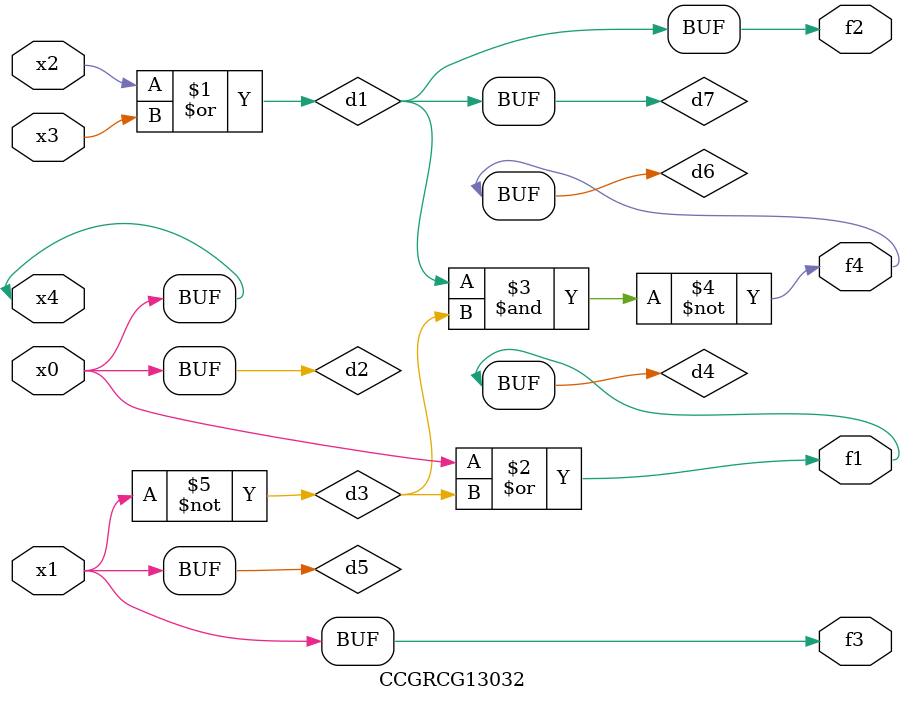
<source format=v>
module CCGRCG13032(
	input x0, x1, x2, x3, x4,
	output f1, f2, f3, f4
);

	wire d1, d2, d3, d4, d5, d6, d7;

	or (d1, x2, x3);
	buf (d2, x0, x4);
	not (d3, x1);
	or (d4, d2, d3);
	not (d5, d3);
	nand (d6, d1, d3);
	or (d7, d1);
	assign f1 = d4;
	assign f2 = d7;
	assign f3 = d5;
	assign f4 = d6;
endmodule

</source>
